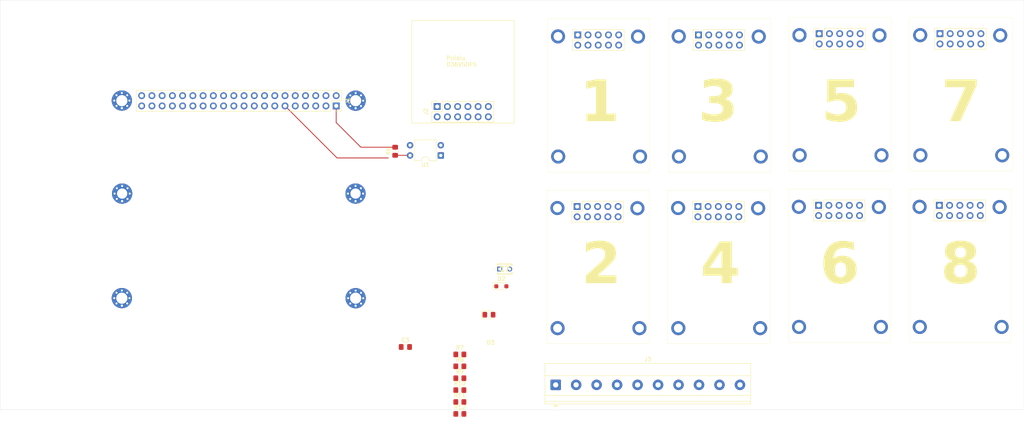
<source format=kicad_pcb>
(kicad_pcb (version 20241229) (generator "pcbnew") (generator_version "9.0")
  (layers (0 "F.Cu" signal) (2 "B.Cu" signal) (13 "F.Paste" user) (15 "B.Paste" user) (5 "F.SilkS" user "F.Silkscreen") (7 "B.SilkS" user "B.Silkscreen") (1 "F.Mask" user) (3 "B.Mask" user) (25 "Edge.Cuts" user))
  (net 0 "")
  (net 1 "+5V")
  (net 2 "GND")
  (net 3 "+12V")
  (net 4 "/FAIL")
  (net 5 "/OUT")
  (net 6 "/GPIO")
  (net 7 "GND1")
  (net 8 "Net-(C3-Pad1)")
  (net 9 "Net-(D2-A)")
  (net 10 "Net-(D3-A)")
  (net 11 "/GPIO26")
  (net 12 "/GPIO25")
  (net 13 "/GPIO4{slash}GPCLK0")
  (net 14 "/GPIO13{slash}PWM1")
  (net 15 "+3V3")
  (net 16 "/GPIO7{slash}SPI0.CE1")
  (net 17 "/GPIO27")
  (net 18 "/ID_SCL")
  (net 19 "/GPIO19{slash}PCM.FS")
  (net 20 "/GPIO24")
  (net 21 "/GPIO17")
  (net 22 "/GPIO15{slash}RXD0")
  (net 23 "/GPIO22")
  (net 24 "/GPIO10{slash}SPI0.MOSI")
  (net 25 "/GPIO9{slash}SPI0.MISO")
  (net 26 "/GPIO23")
  (net 27 "/GPIO18{slash}PCM.CLK")
  (net 28 "/GPIO12")
  (net 29 "/GPIO5")
  (net 30 "/GPIO11{slash}SPI0.SCLK")
  (net 31 "/GPIO8{slash}SPI0.CE0")
  (net 32 "/ID_SDA")
  (net 33 "/GPIO20{slash}PCM.DIN")
  (net 34 "/GPIO2{slash}SDA1")
  (net 35 "/GPIO14{slash}TXD0")
  (net 36 "/GPIO3{slash}SCL1")
  (net 37 "/GPIO21{slash}PCM.DOUT")
  (net 38 "/GPIO6")
  (net 39 "/GPIO16")
  (net 44 "Net-(R7-Pad1)")
  (net 45 "Net-(R10-Pad1)")
  (footprint "MountingHole:MountingHole_2.2mm_M2_ISO7380_Pad_TopBottom" (layer "F.Cu") (at 251.95 122.48 180)
    (property "Reference" "REF**" (hide yes))
    (property "Value" "MountingHole_2.2mm_M2_ISO7380_Pad_TopBottom" (hide yes))
  )
  (footprint "MountingHole:MountingHole_2.2mm_M2_ISO7380_Pad_TopBottom" (layer "F.Cu") (at 301.9 79.95 180)
    (property "Reference" "REF**" (hide yes))
    (property "Value" "MountingHole_2.2mm_M2_ISO7380_Pad_TopBottom" (hide yes))
  )
  (footprint "MountingHole:MountingHole_2.5mm_Pad_Via" (layer "F.Cu") (at 84 96.125)
    (property "Reference" "REF2" (hide yes))
    (property "Value" "MountingHole_2.5mm_Pad_Via" (hide yes))
  )
  (footprint "Connector_PinSocket_2.54mm:PinSocket_2x05_P2.54mm_Vertical" (layer "F.Cu") (at 256.85 122.11 90)
    (property "Reference" "REF**" (hide yes))
    (property "Value" "PinSocket_2x05_P2.54mm_Vertical" (hide yes))
  )
  (footprint "MountingHole:MountingHole_2.5mm_Pad_Via" (layer "F.Cu") (at 84.075 119.2)
    (property "Reference" "REF2" (hide yes))
    (property "Value" "MountingHole_2.5mm_Pad_Via" (hide yes))
  )
  (footprint "" (layer "F.Cu") (at 142 145.15)
    (property "Reference" "")
    (property "Value" "")
  )
  (footprint "LED_SMD:LED_0805_2012Metric_Pad1.15x1.40mm_HandSolder" (layer "F.Cu") (at 175.075 149.25)
    (property "Reference" "D3")
    (property "Value" "APT2012SURCK")
  )
  (footprint "Connector_PinSocket_2.54mm:PinSocket_2x20_P2.54mm_Vertical" (layer "F.Cu") (at 137.18 97.45 -90)
    (property "Reference" "J1")
    (property "Value" "GPIO")
  )
  (footprint "Capacitor_SMD:C_0805_2012Metric_Pad1.18x1.45mm_HandSolder" (layer "F.Cu") (at 154.3375 157.25)
    (property "Reference" "C3")
    (property "Value" ".68uf")
  )
  (footprint "Connector_PinSocket_2.54mm:PinSocket_2x05_P2.54mm_Vertical" (layer "F.Cu") (at 286.95 79.53 90)
    (property "Reference" "REF**" (hide yes))
    (property "Value" "PinSocket_2x05_P2.54mm_Vertical" (hide yes))
  )
  (footprint "" (layer "F.Cu") (at 84 145.125)
    (property "Reference" "")
    (property "Value" "")
  )
  (footprint "MountingHole:MountingHole_2.2mm_M2_ISO7380_Pad_TopBottom" (layer "F.Cu") (at 301.75 122.53 180)
    (property "Reference" "REF**" (hide yes))
    (property "Value" "MountingHole_2.2mm_M2_ISO7380_Pad_TopBottom" (hide yes))
  )
  (footprint "Connector_PinSocket_2.54mm:PinSocket_2x05_P2.54mm_Vertical" (layer "F.Cu") (at 227.05 79.83 90)
    (property "Reference" "REF**" (hide yes))
    (property "Value" "PinSocket_2x05_P2.54mm_Vertical" (hide yes))
  )
  (footprint "MountingHole:MountingHole_2.2mm_M2_ISO7380_Pad_TopBottom" (layer "F.Cu") (at 302.25 152.28 180)
    (property "Reference" "REF**" (hide yes))
    (property "Value" "MountingHole_2.2mm_M2_ISO7380_Pad_TopBottom" (hide yes))
  )
  (footprint "Resistor_SMD:R_0805_2012Metric_Pad1.20x1.40mm_HandSolder" (layer "F.Cu") (at 167.85 159.1)
    (property "Reference" "R7")
    (property "Value" "100")
  )
  (footprint "" (layer "F.Cu") (at 84 147)
    (property "Reference" "")
    (property "Value" "")
  )
  (footprint "MountingHole:MountingHole_2.2mm_M2_ISO7380_Pad_TopBottom" (layer "F.Cu") (at 281.9 122.48 180)
    (property "Reference" "REF**" (hide yes))
    (property "Value" "MountingHole_2.2mm_M2_ISO7380_Pad_TopBottom" (hide yes))
  )
  (footprint "Resistor_SMD:R_0805_2012Metric_Pad1.20x1.40mm_HandSolder" (layer "F.Cu") (at 167.85 162.05)
    (property "Reference" "R8")
    (property "Value" "150")
  )
  (footprint "Resistor_SMD:R_0805_2012Metric_Pad1.20x1.40mm_HandSolder" (layer "F.Cu") (at 167.85 173.85)
    (property "Reference" "R12")
    (property "Value" "6.8K")
  )
  (footprint "Package_DIP:DIP-4_W7.62mm" (layer "F.Cu") (at 163.12 109.74 180)
    (property "Reference" "U1")
    (property "Value" "PC817")
  )
  (footprint "Connector_PinSocket_2.54mm:PinSocket_2x05_P2.54mm_Vertical" (layer "F.Cu") (at 257 79.53 90)
    (property "Reference" "REF**" (hide yes))
    (property "Value" "PinSocket_2x05_P2.54mm_Vertical" (hide yes))
  )
  (footprint "MountingHole:MountingHole_2.2mm_M2_ISO7380_Pad_TopBottom" (layer "F.Cu") (at 212.55 110 180)
    (property "Reference" "REF**" (hide yes))
    (property "Value" "MountingHole_2.2mm_M2_ISO7380_Pad_TopBottom" (hide yes))
  )
  (footprint "Connector_PinSocket_2.54mm:PinSocket_2x05_P2.54mm_Vertical" (layer "F.Cu") (at 196.95 122.41 90)
    (property "Reference" "REF**" (hide yes))
    (property "Value" "PinSocket_2x05_P2.54mm_Vertical" (hide yes))
  )
  (footprint "" (layer "F.Cu") (at 142 96.15)
    (property "Reference" "")
    (property "Value" "")
  )
  (footprint "MountingHole:MountingHole_2.2mm_M2_ISO7380_Pad_TopBottom" (layer "F.Cu") (at 192.1 152.58 180)
    (property "Reference" "REF**" (hide yes))
    (property "Value" "MountingHole_2.2mm_M2_ISO7380_Pad_TopBottom" (hide yes))
  )
  (footprint "MountingHole:MountingHole_2.5mm_Pad_Via" (layer "F.Cu") (at 142 96.15)
    (property "Reference" "REF2" (hide yes))
    (property "Value" "MountingHole_2.5mm_Pad_Via" (hide yes))
  )
  (footprint "MountingHole:MountingHole_2.2mm_M2_ISO7380_Pad_TopBottom" (layer "F.Cu") (at 192.05 122.78 180)
    (property "Reference" "REF**" (hide yes))
    (property "Value" "MountingHole_2.2mm_M2_ISO7380_Pad_TopBottom" (hide yes))
  )
  (footprint "Connector_PinSocket_2.54mm:PinSocket_2x05_P2.54mm_Vertical" (layer "F.Cu") (at 286.8 122.11 90)
    (property "Reference" "REF**" (hide yes))
    (property "Value" "PinSocket_2x05_P2.54mm_Vertical" (hide yes))
  )
  (footprint "MountingHole:MountingHole_2.2mm_M2_ISO7380_Pad_TopBottom" (layer "F.Cu") (at 252.1 79.9 180)
    (property "Reference" "REF**" (hide yes))
    (property "Value" "MountingHole_2.2mm_M2_ISO7380_Pad_TopBottom" (hide yes))
  )
  (footprint "MountingHole:MountingHole_2.2mm_M2_ISO7380_Pad_TopBottom" (layer "F.Cu") (at 242.5 110 180)
    (property "Reference" "REF**" (hide yes))
    (property "Value" "MountingHole_2.2mm_M2_ISO7380_Pad_TopBottom" (hide yes))
  )
  (footprint "MountingHole:MountingHole_2.2mm_M2_ISO7380_Pad_TopBottom" (layer "F.Cu") (at 222.2 110 180)
    (property "Reference" "REF**" (hide yes))
    (property "Value" "MountingHole_2.2mm_M2_ISO7380_Pad_TopBottom" (hide yes))
  )
  (footprint "MountingHole:MountingHole_2.2mm_M2_ISO7380_Pad_TopBottom" (layer "F.Cu") (at 252 152.28 180)
    (property "Reference" "REF**" (hide yes))
    (property "Value" "MountingHole_2.2mm_M2_ISO7380_Pad_TopBottom" (hide yes))
  )
  (footprint "MountingHole:MountingHole_2.2mm_M2_ISO7380_Pad_TopBottom" (layer "F.Cu") (at 211.9 122.83 180)
    (property "Reference" "REF**" (hide yes))
    (property "Value" "MountingHole_2.2mm_M2_ISO7380_Pad_TopBottom" (hide yes))
  )
  (footprint "MountingHole:MountingHole_2.2mm_M2_ISO7380_Pad_TopBottom" (layer "F.Cu") (at 302.4 109.7 180)
    (property "Reference" "REF**" (hide yes))
    (property "Value" "MountingHole_2.2mm_M2_ISO7380_Pad_TopBottom" (hide yes))
  )
  (footprint "RCER71H104K0DBH03A:RCER71H104K0DBH03A" (layer "F.Cu") (at 177.725 137.925)
    (property "Reference" "C7")
    (property "Value" ".1uf" (hide yes))
  )
  (footprint "MountingHole:MountingHole_2.2mm_M2_ISO7380_Pad_TopBottom" (layer "F.Cu") (at 212.05 80.25 180)
    (property "Reference" "REF**" (hide yes))
    (property "Value" "MountingHole_2.2mm_M2_ISO7380_Pad_TopBottom" (hide yes))
  )
  (footprint "Connector_PinSocket_2.54mm:PinSocket_2x05_P2.54mm_Vertical" (layer "F.Cu") (at 226.9 122.41 90)
    (property "Reference" "REF**" (hide yes))
    (property "Value" "PinSocket_2x05_P2.54mm_Vertical" (hide yes))
  )
  (footprint "" (layer "F.Cu") (at 84.075 121.075)
    (property "Reference" "")
    (property "Value" "")
  )
  (footprint "Connector_PinSocket_2.54mm:PinSocket_2x05_P2.54mm_Vertical" (layer "F.Cu") (at 197.1 79.83 90)
    (property "Reference" "REF**" (hide yes))
    (property "Value" "PinSocket_2x05_P2.54mm_Vertical" (hide yes))
  )
  (footprint "MountingHole:MountingHole_2.2mm_M2_ISO7380_Pad_TopBottom" (layer "F.Cu") (at 222 122.78 180)
    (property "Reference" "REF**" (hide yes))
    (property "Value" "MountingHole_2.2mm_M2_ISO7380_Pad_TopBottom" (hide yes))
  )
  (footprint "MountingHole:MountingHole_2.2mm_M2_ISO7380_Pad_TopBottom" (layer "F.Cu") (at 222.15 80.2 180)
    (property "Reference" "REF**" (hide yes))
    (property "Value" "MountingHole_2.2mm_M2_ISO7380_Pad_TopBottom" (hide yes))
  )
  (footprint "MountingHole:MountingHole_2.5mm_Pad_Via" (layer "F.Cu") (at 142 145.15)
    (property "Reference" "REF2" (hide yes))
    (property "Value" "MountingHole_2.5mm_Pad_Via" (hide yes))
  )
  (footprint "MountingHole:MountingHole_2.2mm_M2_ISO7380_Pad_TopBottom" (layer "F.Cu") (at 241.85 122.83 180)
    (property "Reference" "REF**" (hide yes))
    (property "Value" "MountingHole_2.2mm_M2_ISO7380_Pad_TopBottom" (hide yes))
  )
  (footprint "Connector_PinSocket_2.54mm:PinSocket_2x06_P2.54mm_Vertical" (layer "F.Cu") (at 162.225 97.61 90)
    (property "Reference" "J2")
    (property "Value" "Conn_02x06_Top_Bottom")
  )
  (footprint "" (layer "F.Cu") (at 84 98)
    (property "Reference" "")
    (property "Value" "")
  )
  (footprint "MountingHole:MountingHole_2.2mm_M2_ISO7380_Pad_TopBottom" (layer "F.Cu") (at 282.1 109.7 180)
    (property "Reference" "REF**" (hide yes))
    (property "Value" "MountingHole_2.2mm_M2_ISO7380_Pad_TopBottom" (hide yes))
  )
  (footprint "" (layer "F.Cu") (at 141.975 119.2)
    (property "Reference" "")
    (property "Value" "")
  )
  (footprint "" (layer "F.Cu") (at 84 147)
    (property "Reference" "")
    (property "Value" "")
  )
  (footprint "MountingHole:MountingHole_2.2mm_M2_ISO7380_Pad_TopBottom" (layer "F.Cu") (at 192.25 110 180)
    (property "Reference" "REF**" (hide yes))
    (property "Value" "MountingHole_2.2mm_M2_ISO7380_Pad_TopBottom" (hide yes))
  )
  (footprint "" (layer "F.Cu") (at 141.975 121.075)
    (property "Reference" "")
    (property "Value" "")
  )
  (footprint "" (layer "F.Cu") (at 142 147.025)
    (property "Reference" "")
    (property "Value" "")
  )
  (footprint "MountingHole:MountingHole_2.2mm_M2_ISO7380_Pad_TopBottom" (layer "F.Cu") (at 242.35 152.58 180)
    (property "Reference" "REF**" (hide yes))
    (property "Value" "MountingHole_2.2mm_M2_ISO7380_Pad_TopBottom" (hide yes))
  )
  (footprint "" (layer "F.Cu") (at 84.075 119.2)
    (property "Reference" "")
    (property "Value" "")
  )
  (footprint "" (layer "F.Cu") (at 142 98.025)
    (property "Reference" "")
    (property "Value" "")
  )
  (footprint "" (layer "F.Cu") (at 142 147.025)
    (property "Reference" "")
    (property "Value" "")
  )
  (footprint "MountingHole:MountingHole_2.2mm_M2_ISO7380_Pad_TopBottom" (layer "F.Cu") (at 282.05 79.9 180)
    (property "Reference" "REF**" (hide yes))
    (property "Value" "MountingHole_2.2mm_M2_ISO7380_Pad_TopBottom" (hide yes))
  )
  (footprint "" (layer "F.Cu") (at 141.975 121.075)
    (property "Reference" "")
    (property "Value" "")
  )
  (footprint "Diode_SMD:D_SOD-323_HandSoldering" (layer "F.Cu") (at 178.145 142.2)
    (property "Reference" "D2")
    (property "Value" "1N4148WS-7-F")
  )
  (footprint "Resistor_SMD:R_0805_2012Metric_Pad1.20x1.40mm_HandSolder" (layer "F.Cu") (at 167.85 167.95)
    (property "Reference" "R10")
    (property "Value" "3.3K")
  )
  (footprint "" (layer "F.Cu") (at 142 98.025)
    (property "Reference" "")
    (property "Value" "")
  )
  (footprint "MountingHole:MountingHole_2.2mm_M2_ISO7380_Pad_TopBottom" (layer "F.Cu") (at 271.8 122.53 180)
    (property "Reference" "REF**" (hide yes))
    (property "Value" "MountingHole_2.2mm_M2_ISO7380_Pad_TopBottom" (hide yes))
  )
  (footprint "MountingHole:MountingHole_2.2mm_M2_ISO7380_Pad_TopBottom" (layer "F.Cu") (at 222.05 152.58 180)
    (property "Reference" "REF**" (hide yes))
    (property "Value" "MountingHole_2.2mm_M2_ISO7380_Pad_TopBottom" (hide yes))
  )
  (footprint "MountingHole:MountingHole_2.2mm_M2_ISO7380_Pad_TopBottom" (layer "F.Cu") (at 271.95 79.95 180)
    (property "Reference" "REF**" (hide yes))
    (property "Value" "MountingHole_2.2mm_M2_ISO7380_Pad_TopBottom" (hide yes))
  )
  (footprint "MountingHole:MountingHole_2.2mm_M2_ISO7380_Pad_TopBottom" (layer "F.Cu") (at 281.95 152.28 180)
    (property "Reference" "REF**" (hide yes))
    (property "Value" "MountingHole_2.2mm_M2_ISO7380_Pad_TopBottom" (hide yes))
  )
  (footprint "" (layer "F.Cu") (at 84 96.125)
    (property "Reference" "")
    (property "Value" "")
  )
  (footprint "TerminalBlock_Phoenix:TerminalBlock_Phoenix_MKDS-1,5-10-5.08_1x10_P5.08mm_Horizontal" (layer "F.Cu") (at 191.62 166.65)
    (property "Reference" "J3")
    (property "Value" "Screw_Terminal_01x10")
  )
  (footprint "" (layer "F.Cu") (at 84 98)
    (property "Reference" "")
    (property "Value" "")
  )
  (footprint "MountingHole:MountingHole_2.2mm_M2_ISO7380_Pad_TopBottom" (layer "F.Cu") (at 272.45 109.7 180)
    (property "Reference" "REF**" (hide yes))
    (property "Value" "MountingHole_2.2mm_M2_ISO7380_Pad_TopBottom" (hide yes))
  )
  (footprint "" (layer "F.Cu") (at 84.075 121.075)
    (property "Reference" "")
    (property "Value" "")
  )
  (footprint "Resistor_SMD:R_0805_2012Metric_Pad1.20x1.40mm_HandSolder" (layer "F.Cu") (at 167.85 165)
    (property "Reference" "R9")
    (property "Value" "1.8K")
  )
  (footprint "MountingHole:MountingHole_2.2mm_M2_ISO7380_Pad_TopBottom" (layer "F.Cu") (at 212.4 152.58 180)
    (property "Reference" "REF**" (hide yes))
    (property "Value" "MountingHole_2.2mm_M2_ISO7380_Pad_TopBottom" (hide yes))
  )
  (footprint "Resistor_SMD:R_0805_2012Metric_Pad1.20x1.40mm_HandSolder" (layer "F.Cu") (at 151.8 108.7 90)
    (property "Reference" "R6")
    (property "Value" "10K")
  )
  (footprint "MountingHole:MountingHole_2.2mm_M2_ISO7380_Pad_TopBottom" (layer "F.Cu") (at 252.15 109.7 180)
    (property "Reference" "REF**" (hide yes))
    (property "Value" "MountingHole_2.2mm_M2_ISO7380_Pad_TopBottom" (hide yes))
  )
  (footprint "MountingHole:MountingHole_2.2mm_M2_ISO7380_Pad_TopBottom" (layer "F.Cu") (at 242 80.25 180)
    (property "Reference" "REF**" (hide yes))
    (property "Value" "MountingHole_2.2mm_M2_ISO7380_Pad_TopBottom" (hide yes))
  )
  (footprint "MountingHole:MountingHole_2.2mm_M2_ISO7380_Pad_TopBottom" (layer "F.Cu") (at 192.2 80.2 180)
    (property "Reference" "REF**" (hide yes))
    (property "Value" "MountingHole_2.2mm_M2_ISO7380_Pad_TopBottom" (hide yes))
  )
  (footprint "MountingHole:MountingHole_2.5mm_Pad_Via" (layer "F.Cu") (at 84 145.125)
    (property "Reference" "REF2" (hide yes))
    (property "Value" "MountingHole_2.5mm_Pad_Via" (hide yes))
  )
  (footprint "Resistor_SMD:R_0805_2012Metric_Pad1.20x1.40mm_HandSolder" (layer "F.Cu") (at 167.85 170.9)
    (property "Reference" "R11")
    (property "Value" "5.6K")
  )
  (footprint "MountingHole:MountingHole_2.2mm_M2_ISO7380_Pad_TopBottom" (layer "F.Cu") (at 272.3 152.28 180)
    (property "Reference" "REF**" (hide yes))
    (property "Value" "MountingHole_2.2mm_M2_ISO7380_Pad_TopBottom" (hide yes))
  )
  (footprint "MountingHole:MountingHole_2.5mm_Pad_Via" (layer "F.Cu") (at 141.975 119.2)
    (property "Reference" "REF2" (hide yes))
    (property "Value" "MountingHole_2.5mm_Pad_Via" (hide yes))
  )
  (footprint "Raspberry-Pi-4-library-for-kicad:raspberrypi_2_3" (layer "B.Cu") (at 113 96.15 180)
    (property "Reference" "RP?")
    (property "Value" "Raspberry_Pi_2_3")
  )
  (gr_rect (start 279.3 118.08) (end 304.7 156.18) (stroke (width 0.05)) (fill no) (layer "F.SilkS"))
  (gr_rect (start 279.45 75.5) (end 304.85 113.6) (stroke (width 0.05)) (fill no) (layer "F.SilkS"))
  (gr_rect (start 189.6 75.8) (end 215 113.9) (stroke (width 0.05)) (fill no) (layer "F.SilkS"))
  (gr_rect (start 219.55 75.8) (end 244.95 113.9) (stroke (width 0.05)) (fill no) (layer "F.SilkS"))
  (gr_rect (start 219.4 118.38) (end 244.8 156.48) (stroke (width 0.05)) (fill no) (layer "F.SilkS"))
  (gr_rect (start 249.5 75.5) (end 274.9 113.6) (stroke (width 0.05)) (fill no) (layer "F.SilkS"))
  (gr_rect (start 189.45 118.38) (end 214.85 156.48) (stroke (width 0.05)) (fill no) (layer "F.SilkS"))
  (gr_rect (start 249.35 118.08) (end 274.75 156.18) (stroke (width 0.05)) (fill no) (layer "F.SilkS"))
  (gr_rect (start 155.925 76.3) (end 181.325 101.7) (stroke (width 0.12)) (fill no) (layer "F.SilkS"))
  (gr_rect (start 53.8 71.2) (end 307.8 172.8) (stroke (width 0.05)) (fill no) (layer "Edge.Cuts"))
  (gr_text "2" (at 198 143.15 0) (layer "F.SilkS") (effects (font (size 10.16 10.16) (thickness 0.3) (bold yes)) (justify left bottom)))
  (gr_text "8" (at 287.1 143.15 0) (layer "F.SilkS") (effects (font (size 10.16 10.16) (thickness 0.3) (bold yes)) (justify left bottom)))
  (gr_text "1" (at 197.6 102.95 0) (layer "F.SilkS") (effects (font (size 10.16 10.16) (thickness 0.3) (bold yes)) (justify left bottom)))
  (gr_text "3" (at 227 102.95 0) (layer "F.SilkS") (effects (font (size 10.16 10.16) (thickness 0.3) (bold yes)) (justify left bottom)))
  (gr_text "6" (at 257.15 143.15 0) (layer "F.SilkS") (effects (font (size 10.16 10.16) (thickness 0.3) (bold yes)) (justify left bottom)))
  (gr_text "Pololu\nD36V50F5" (at 164.425 87.75 0) (layer "F.SilkS") (effects (font (size 1 1)) (justify left bottom)))
  (gr_text "4" (at 227.55 143.15 0) (layer "F.SilkS") (effects (font (size 10.16 10.16) (thickness 0.3) (bold yes)) (justify left bottom)))
  (gr_text "5" (at 257.5 102.95 0) (layer "F.SilkS") (effects (font (size 10.16 10.16) (thickness 0.3) (bold yes)) (justify left bottom)))
  (gr_text "7" (at 287.3 102.95 0) (layer "F.SilkS") (effects (font (size 10.16 10.16) (thickness 0.3) (bold yes)) (justify left bottom)))
  (segment (start 137.18 97.45) (end 137.18 101.58) (width 0.2) (layer "F.Cu") (net 15))
  (segment (start 143.3 107.7) (end 151.8 107.7) (width 0.2) (layer "F.Cu") (net 15))
  (segment (start 137.18 101.58) (end 143.3 107.7) (width 0.2) (layer "F.Cu") (net 15))
  (segment (start 137.38 110.35) (end 150.1 110.35) (width 0.2) (layer "F.Cu") (net 21))
  (segment (start 124.48 97.45) (end 137.38 110.35) (width 0.2) (layer "F.Cu") (net 21))
  (segment (start 151.8 109.7) (end 155.46 109.7) (width 0.2) (layer "F.Cu") (net 28))
  (segment (start 155.46 109.7) (end 155.5 109.74) (width 0.2) (layer "F.Cu") (net 28))
)
</source>
